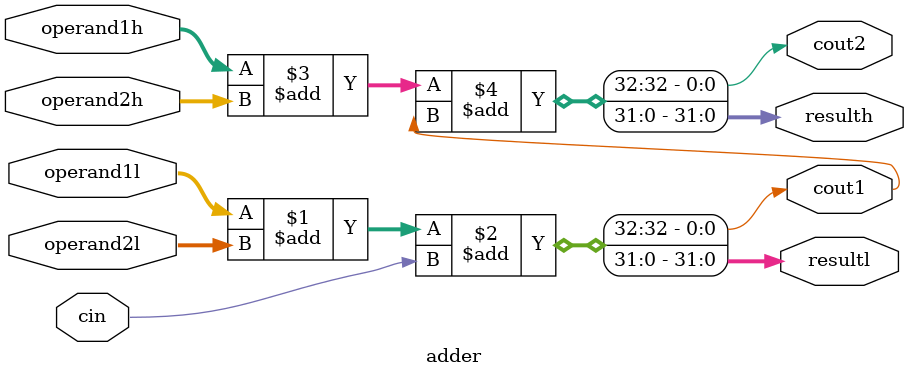
<source format=v>
`timescale 1ns / 1ps


module adder(
    input  [31:0] operand1l,
    input  [31:0] operand1h,
    input  [31:0] operand2l,
    input  [31:0] operand2h,
    input         cin,
    output [31:0] resulth,
    output [31:0] resultl,
    output        cout1,
    output        cout2
    );
    assign {cout1,resultl} = operand1l + operand2l + cin;
    assign {cout2,resulth} = operand1h + operand2h + cout1;

endmodule


</source>
